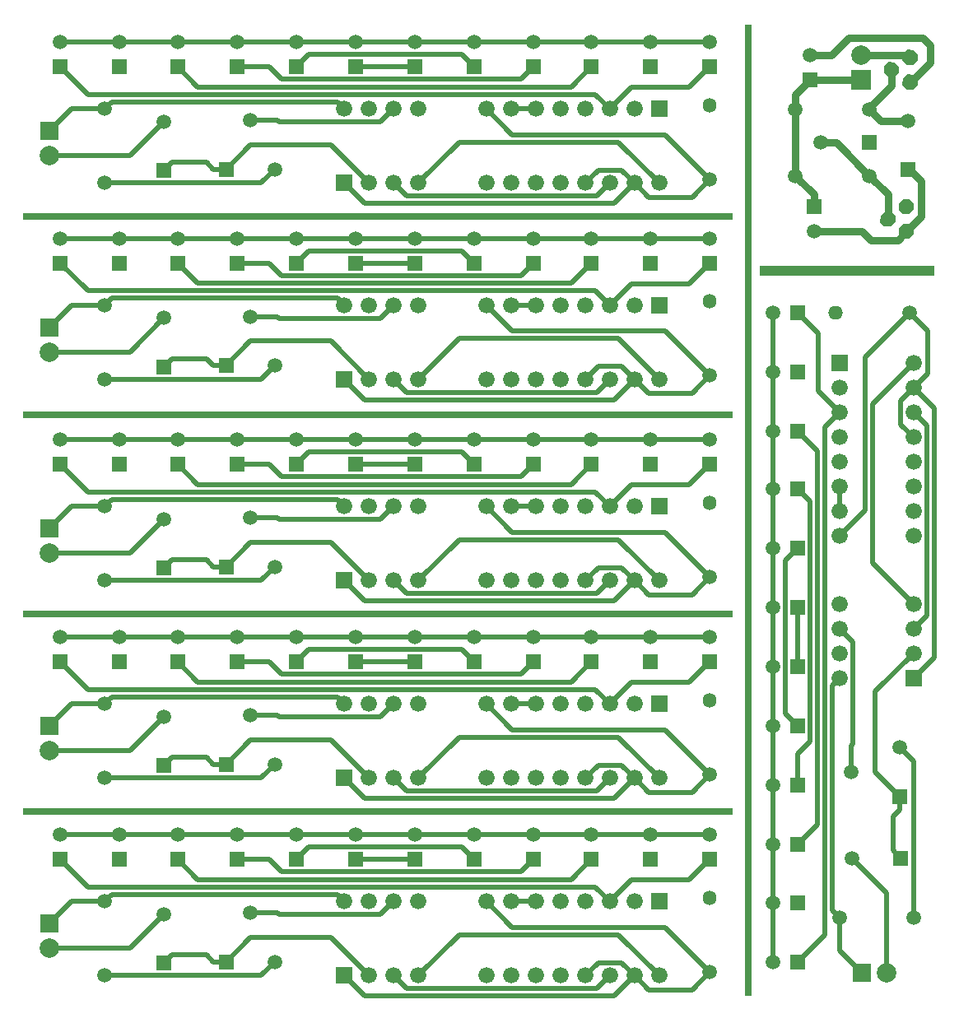
<source format=gbl>
G04 Layer_Physical_Order=2*
G04 Layer_Color=16711680*
%FSLAX25Y25*%
%MOIN*%
G70*
G01*
G75*
%ADD10C,0.02000*%
%ADD11C,0.03000*%
%ADD12O,0.05512X0.05905*%
%ADD13C,0.05905*%
%ADD14R,0.06600X0.06600*%
%ADD15C,0.06600*%
%ADD16R,0.05937X0.05937*%
%ADD17C,0.05937*%
%ADD18R,0.05905X0.05905*%
%ADD19R,0.07480X0.07480*%
%ADD20C,0.07874*%
%ADD21R,0.05905X0.05905*%
%ADD22R,0.05937X0.05937*%
%ADD23O,0.05905X0.05512*%
%ADD24R,0.06600X0.06600*%
%ADD25R,0.07480X0.07480*%
%ADD26R,2.87402X0.03150*%
%ADD27R,0.03150X3.93701*%
%ADD28R,0.07874X0.07874*%
%ADD29R,0.70866X0.03937*%
G36*
X364958Y387928D02*
X366664Y386066D01*
X366554Y383542D01*
X364692Y381836D01*
X362168Y381946D01*
X360462Y383808D01*
X360572Y386332D01*
X362434Y388038D01*
X364958Y387928D01*
D02*
G37*
G36*
X357458Y382928D02*
X359164Y381066D01*
X359054Y378542D01*
X357192Y376836D01*
X354668Y376946D01*
X352962Y378808D01*
X353072Y381332D01*
X354934Y383038D01*
X357458Y382928D01*
D02*
G37*
G36*
X364958Y377928D02*
X366664Y376066D01*
X366554Y373542D01*
X364692Y371836D01*
X362168Y371946D01*
X360462Y373808D01*
X360572Y376332D01*
X362434Y378038D01*
X364958Y377928D01*
D02*
G37*
G36*
X363458Y327428D02*
X365164Y325566D01*
X365054Y323042D01*
X363192Y321336D01*
X360668Y321446D01*
X358962Y323308D01*
X359072Y325832D01*
X360934Y327538D01*
X363458Y327428D01*
D02*
G37*
G36*
X355958Y322428D02*
X357664Y320566D01*
X357554Y318042D01*
X355692Y316336D01*
X353168Y316446D01*
X351462Y318308D01*
X351572Y320832D01*
X353434Y322538D01*
X355958Y322428D01*
D02*
G37*
G36*
X363458Y317428D02*
X365164Y315566D01*
X365054Y313042D01*
X363192Y311336D01*
X360668Y311446D01*
X358962Y313308D01*
X359072Y315832D01*
X360934Y317538D01*
X363458Y317428D01*
D02*
G37*
D10*
X142800Y4700D02*
X243700D01*
X134500Y13000D02*
X142800Y4700D01*
X243700D02*
X252000Y13000D01*
X226400Y51900D02*
X234500Y60000D01*
X75100Y51900D02*
X226400D01*
X67000Y60000D02*
X75100Y51900D01*
X37500Y43000D02*
X40400Y45900D01*
X131600D01*
X134500Y43000D01*
X19500Y70000D02*
X43500D01*
X67000D01*
X236100Y48900D02*
X242000Y43000D01*
X30600Y48900D02*
X236100D01*
X19500Y60000D02*
X30600Y48900D01*
X242000Y43000D02*
X250700Y51700D01*
X274200D01*
X282500Y60000D01*
X67000Y70000D02*
X91000D01*
X115000D01*
X139000D01*
X163000D01*
X187000D01*
X211000D01*
X234500D01*
X258500D01*
X282500D01*
X91000Y60000D02*
X103900D01*
X108900Y55000D01*
X206000D01*
X211000Y60000D01*
X202000Y43000D02*
X212000D01*
X182000Y65000D02*
X187000Y60000D01*
X120000Y65000D02*
X182000D01*
X115000Y60000D02*
X120000Y65000D01*
X37500Y13000D02*
X100685D01*
X106343Y18657D01*
X15000Y34000D02*
X24000Y43000D01*
X37500D01*
X164500Y13000D02*
X181000Y29500D01*
X245500D01*
X262000Y13000D01*
X61500Y18157D02*
X64750Y21407D01*
X78581D01*
X81331Y18657D01*
X86657D01*
X96500Y28500D01*
X129000D01*
X144500Y13000D01*
X47657Y24000D02*
X61500Y37843D01*
X15000Y24000D02*
X47657D01*
X252000Y13000D02*
X257700Y7300D01*
X275300D01*
X282500Y14500D01*
X246700Y18300D02*
X252000Y13000D01*
X237300Y18300D02*
X246700D01*
X232000Y13000D02*
X237300Y18300D01*
X264400Y32600D02*
X282500Y14500D01*
X139000Y60000D02*
X163000D01*
X96500Y38343D02*
X107300D01*
X107943Y37700D01*
X149200D01*
X154500Y43000D01*
Y13000D02*
X159800Y7700D01*
X236700D01*
X242000Y13000D01*
X202400Y32600D02*
X264400D01*
X192000Y43000D02*
X202400Y32600D01*
X192000Y123000D02*
X202400Y112600D01*
X264400D01*
X236700Y87700D02*
X242000Y93000D01*
X159800Y87700D02*
X236700D01*
X154500Y93000D02*
X159800Y87700D01*
X149200Y117700D02*
X154500Y123000D01*
X107943Y117700D02*
X149200D01*
X107300Y118343D02*
X107943Y117700D01*
X96500Y118343D02*
X107300D01*
X139000Y140000D02*
X163000D01*
X264400Y112600D02*
X282500Y94500D01*
X232000Y93000D02*
X237300Y98300D01*
X246700D01*
X252000Y93000D01*
X275300Y87300D02*
X282500Y94500D01*
X257700Y87300D02*
X275300D01*
X252000Y93000D02*
X257700Y87300D01*
X15000Y104000D02*
X47657D01*
X61500Y117843D01*
X129000Y108500D02*
X144500Y93000D01*
X96500Y108500D02*
X129000D01*
X86657Y98657D02*
X96500Y108500D01*
X81331Y98657D02*
X86657D01*
X78581Y101407D02*
X81331Y98657D01*
X64750Y101407D02*
X78581D01*
X61500Y98157D02*
X64750Y101407D01*
X245500Y109500D02*
X262000Y93000D01*
X181000Y109500D02*
X245500D01*
X164500Y93000D02*
X181000Y109500D01*
X24000Y123000D02*
X37500D01*
X15000Y114000D02*
X24000Y123000D01*
X100685Y93000D02*
X106343Y98657D01*
X37500Y93000D02*
X100685D01*
X115000Y140000D02*
X120000Y145000D01*
X182000D01*
X187000Y140000D01*
X202000Y123000D02*
X212000D01*
X206000Y135000D02*
X211000Y140000D01*
X108900Y135000D02*
X206000D01*
X103900Y140000D02*
X108900Y135000D01*
X91000Y140000D02*
X103900D01*
X258500Y150000D02*
X282500D01*
X234500D02*
X258500D01*
X211000D02*
X234500D01*
X187000D02*
X211000D01*
X163000D02*
X187000D01*
X139000D02*
X163000D01*
X115000D02*
X139000D01*
X91000D02*
X115000D01*
X67000D02*
X91000D01*
X274200Y131700D02*
X282500Y140000D01*
X250700Y131700D02*
X274200D01*
X242000Y123000D02*
X250700Y131700D01*
X19500Y140000D02*
X30600Y128900D01*
X236100D01*
X242000Y123000D01*
X43500Y150000D02*
X67000D01*
X19500D02*
X43500D01*
X131600Y125900D02*
X134500Y123000D01*
X40400Y125900D02*
X131600D01*
X37500Y123000D02*
X40400Y125900D01*
X67000Y140000D02*
X75100Y131900D01*
X226400D01*
X234500Y140000D01*
X243700Y84700D02*
X252000Y93000D01*
X134500D02*
X142800Y84700D01*
X243700D01*
X192000Y203000D02*
X202400Y192600D01*
X264400D01*
X236700Y167700D02*
X242000Y173000D01*
X159800Y167700D02*
X236700D01*
X154500Y173000D02*
X159800Y167700D01*
X149200Y197700D02*
X154500Y203000D01*
X107943Y197700D02*
X149200D01*
X107300Y198343D02*
X107943Y197700D01*
X96500Y198343D02*
X107300D01*
X139000Y220000D02*
X163000D01*
X264400Y192600D02*
X282500Y174500D01*
X232000Y173000D02*
X237300Y178300D01*
X246700D01*
X252000Y173000D01*
X275300Y167300D02*
X282500Y174500D01*
X257700Y167300D02*
X275300D01*
X252000Y173000D02*
X257700Y167300D01*
X15000Y184000D02*
X47657D01*
X61500Y197843D01*
X129000Y188500D02*
X144500Y173000D01*
X96500Y188500D02*
X129000D01*
X86657Y178657D02*
X96500Y188500D01*
X81331Y178657D02*
X86657D01*
X78581Y181407D02*
X81331Y178657D01*
X64750Y181407D02*
X78581D01*
X61500Y178157D02*
X64750Y181407D01*
X245500Y189500D02*
X262000Y173000D01*
X181000Y189500D02*
X245500D01*
X164500Y173000D02*
X181000Y189500D01*
X24000Y203000D02*
X37500D01*
X15000Y194000D02*
X24000Y203000D01*
X100685Y173000D02*
X106343Y178657D01*
X37500Y173000D02*
X100685D01*
X115000Y220000D02*
X120000Y225000D01*
X182000D01*
X187000Y220000D01*
X202000Y203000D02*
X212000D01*
X206000Y215000D02*
X211000Y220000D01*
X108900Y215000D02*
X206000D01*
X103900Y220000D02*
X108900Y215000D01*
X91000Y220000D02*
X103900D01*
X258500Y230000D02*
X282500D01*
X234500D02*
X258500D01*
X211000D02*
X234500D01*
X187000D02*
X211000D01*
X163000D02*
X187000D01*
X139000D02*
X163000D01*
X115000D02*
X139000D01*
X91000D02*
X115000D01*
X67000D02*
X91000D01*
X274200Y211700D02*
X282500Y220000D01*
X250700Y211700D02*
X274200D01*
X242000Y203000D02*
X250700Y211700D01*
X19500Y220000D02*
X30600Y208900D01*
X236100D01*
X242000Y203000D01*
X43500Y230000D02*
X67000D01*
X19500D02*
X43500D01*
X131600Y205900D02*
X134500Y203000D01*
X40400Y205900D02*
X131600D01*
X37500Y203000D02*
X40400Y205900D01*
X67000Y220000D02*
X75100Y211900D01*
X226400D01*
X234500Y220000D01*
X243700Y164700D02*
X252000Y173000D01*
X134500D02*
X142800Y164700D01*
X243700D01*
X192000Y284500D02*
X202400Y274100D01*
X264400D01*
X236700Y249200D02*
X242000Y254500D01*
X159800Y249200D02*
X236700D01*
X154500Y254500D02*
X159800Y249200D01*
X149200Y279200D02*
X154500Y284500D01*
X107943Y279200D02*
X149200D01*
X107300Y279843D02*
X107943Y279200D01*
X96500Y279843D02*
X107300D01*
X139000Y301500D02*
X163000D01*
X264400Y274100D02*
X282500Y256000D01*
X232000Y254500D02*
X237300Y259800D01*
X246700D01*
X252000Y254500D01*
X275300Y248800D02*
X282500Y256000D01*
X257700Y248800D02*
X275300D01*
X252000Y254500D02*
X257700Y248800D01*
X15000Y265500D02*
X47657D01*
X61500Y279343D01*
X129000Y270000D02*
X144500Y254500D01*
X96500Y270000D02*
X129000D01*
X86657Y260157D02*
X96500Y270000D01*
X81331Y260157D02*
X86657D01*
X78581Y262907D02*
X81331Y260157D01*
X64750Y262907D02*
X78581D01*
X61500Y259657D02*
X64750Y262907D01*
X245500Y271000D02*
X262000Y254500D01*
X181000Y271000D02*
X245500D01*
X164500Y254500D02*
X181000Y271000D01*
X24000Y284500D02*
X37500D01*
X15000Y275500D02*
X24000Y284500D01*
X100685Y254500D02*
X106343Y260157D01*
X37500Y254500D02*
X100685D01*
X115000Y301500D02*
X120000Y306500D01*
X182000D01*
X187000Y301500D01*
X202000Y284500D02*
X212000D01*
X206000Y296500D02*
X211000Y301500D01*
X108900Y296500D02*
X206000D01*
X103900Y301500D02*
X108900Y296500D01*
X91000Y301500D02*
X103900D01*
X258500Y311500D02*
X282500D01*
X234500D02*
X258500D01*
X211000D02*
X234500D01*
X187000D02*
X211000D01*
X163000D02*
X187000D01*
X139000D02*
X163000D01*
X115000D02*
X139000D01*
X91000D02*
X115000D01*
X67000D02*
X91000D01*
X274200Y293200D02*
X282500Y301500D01*
X250700Y293200D02*
X274200D01*
X242000Y284500D02*
X250700Y293200D01*
X19500Y301500D02*
X30600Y290400D01*
X236100D01*
X242000Y284500D01*
X43500Y311500D02*
X67000D01*
X19500D02*
X43500D01*
X131600Y287400D02*
X134500Y284500D01*
X40400Y287400D02*
X131600D01*
X37500Y284500D02*
X40400Y287400D01*
X67000Y301500D02*
X75100Y293400D01*
X226400D01*
X234500Y301500D01*
X243700Y246200D02*
X252000Y254500D01*
X134500D02*
X142800Y246200D01*
X243700D01*
X192000Y364000D02*
X202400Y353600D01*
X264400D01*
X236700Y328700D02*
X242000Y334000D01*
X159800Y328700D02*
X236700D01*
X154500Y334000D02*
X159800Y328700D01*
X149200Y358700D02*
X154500Y364000D01*
X107943Y358700D02*
X149200D01*
X107300Y359343D02*
X107943Y358700D01*
X96500Y359343D02*
X107300D01*
X139000Y381000D02*
X163000D01*
X264400Y353600D02*
X282500Y335500D01*
X232000Y334000D02*
X237300Y339300D01*
X246700D01*
X252000Y334000D01*
X275300Y328300D02*
X282500Y335500D01*
X257700Y328300D02*
X275300D01*
X252000Y334000D02*
X257700Y328300D01*
X15000Y345000D02*
X47657D01*
X61500Y358843D01*
X129000Y349500D02*
X144500Y334000D01*
X96500Y349500D02*
X129000D01*
X86657Y339657D02*
X96500Y349500D01*
X81331Y339657D02*
X86657D01*
X78581Y342407D02*
X81331Y339657D01*
X64750Y342407D02*
X78581D01*
X61500Y339157D02*
X64750Y342407D01*
X245500Y350500D02*
X262000Y334000D01*
X181000Y350500D02*
X245500D01*
X164500Y334000D02*
X181000Y350500D01*
X24000Y364000D02*
X37500D01*
X15000Y355000D02*
X24000Y364000D01*
X100685Y334000D02*
X106343Y339657D01*
X37500Y334000D02*
X100685D01*
X115000Y381000D02*
X120000Y386000D01*
X182000D01*
X187000Y381000D01*
X202000Y364000D02*
X212000D01*
X206000Y376000D02*
X211000Y381000D01*
X108900Y376000D02*
X206000D01*
X103900Y381000D02*
X108900Y376000D01*
X91000Y381000D02*
X103900D01*
X258500Y391000D02*
X282500D01*
X234500D02*
X258500D01*
X211000D02*
X234500D01*
X187000D02*
X211000D01*
X163000D02*
X187000D01*
X139000D02*
X163000D01*
X115000D02*
X139000D01*
X91000D02*
X115000D01*
X67000D02*
X91000D01*
X274200Y372700D02*
X282500Y381000D01*
X250700Y372700D02*
X274200D01*
X242000Y364000D02*
X250700Y372700D01*
X19500Y381000D02*
X30600Y369900D01*
X236100D01*
X242000Y364000D01*
X43500Y391000D02*
X67000D01*
X19500D02*
X43500D01*
X131600Y366900D02*
X134500Y364000D01*
X40400Y366900D02*
X131600D01*
X37500Y364000D02*
X40400Y366900D01*
X67000Y381000D02*
X75100Y372900D01*
X226400D01*
X234500Y381000D01*
X243700Y325700D02*
X252000Y334000D01*
X134500D02*
X142800Y325700D01*
X243700D01*
X335000Y191000D02*
X345400Y201400D01*
Y263400D01*
X365000Y241000D02*
X370300Y235700D01*
Y158800D02*
Y235700D01*
X365000Y153500D02*
X370300Y158800D01*
X335000Y153500D02*
X340300Y148200D01*
Y106943D02*
Y148200D01*
X339657Y106300D02*
X340300Y106943D01*
X339657Y95500D02*
Y106300D01*
X318000Y138000D02*
Y162000D01*
X345400Y263400D02*
X363500Y281500D01*
X359700Y236300D02*
X365000Y231000D01*
X359700Y236300D02*
Y245700D01*
X365000Y251000D01*
X363500Y281500D02*
X370700Y274300D01*
Y256700D02*
Y274300D01*
X365000Y251000D02*
X370700Y256700D01*
X354000Y14000D02*
Y46657D01*
X340157Y60500D02*
X354000Y46657D01*
X349500Y128000D02*
X365000Y143500D01*
X349500Y95500D02*
Y128000D01*
Y95500D02*
X359343Y85657D01*
Y80331D02*
Y85657D01*
X356593Y77581D02*
X359343Y80331D01*
X356593Y63750D02*
Y77581D01*
Y63750D02*
X359843Y60500D01*
X348500Y244500D02*
X365000Y261000D01*
X348500Y180000D02*
Y244500D01*
Y180000D02*
X365000Y163500D01*
X335000Y23000D02*
Y36500D01*
Y23000D02*
X344000Y14000D01*
X359343Y105343D02*
X365000Y99685D01*
Y36500D02*
Y99685D01*
X313000Y119000D02*
X318000Y114000D01*
X313000Y119000D02*
Y181000D01*
X318000Y186000D01*
X335000Y201000D02*
Y211000D01*
X318000Y210000D02*
X323000Y205000D01*
Y107900D02*
Y205000D01*
X318000Y102900D02*
X323000Y107900D01*
X318000Y90000D02*
Y102900D01*
X308000Y257500D02*
Y281500D01*
Y233500D02*
Y257500D01*
Y210000D02*
Y233500D01*
Y186000D02*
Y210000D01*
Y162000D02*
Y186000D01*
Y138000D02*
Y162000D01*
Y114000D02*
Y138000D01*
Y90000D02*
Y114000D01*
Y66000D02*
Y90000D01*
X318000Y281500D02*
X326300Y273200D01*
Y249700D02*
Y273200D01*
Y249700D02*
X335000Y241000D01*
X318000Y18500D02*
X329100Y29600D01*
Y235100D01*
X335000Y241000D01*
X308000Y42500D02*
Y66000D01*
Y18500D02*
Y42500D01*
X332100Y130600D02*
X335000Y133500D01*
X332100Y39400D02*
Y130600D01*
Y39400D02*
X335000Y36500D01*
X318000Y66000D02*
X326100Y74100D01*
Y225400D01*
X318000Y233500D02*
X326100Y225400D01*
X365000Y251000D02*
X373300Y242700D01*
X365000Y133500D02*
X373300Y141800D01*
Y242700D01*
D11*
X317063Y336937D02*
Y363937D01*
Y369937D01*
X323063Y375937D01*
X327221Y350437D02*
X333563D01*
X347063Y336937D01*
X324563Y314437D02*
X344063D01*
X347563Y310937D01*
X358563D01*
X362063Y314437D01*
X354563Y319437D02*
Y329437D01*
X347063Y336937D02*
X354563Y329437D01*
X362063Y314437D02*
X368063Y320437D01*
Y334937D01*
X363405Y339595D02*
X368063Y334937D01*
X362563Y339595D02*
X363405D01*
X351720Y359279D02*
X362563D01*
X347063Y363937D02*
X351720Y359279D01*
X323063Y385937D02*
X331563D01*
X371563Y382937D02*
Y389937D01*
X363563Y374937D02*
X371563Y382937D01*
X347063Y363937D02*
Y364437D01*
X356063Y373437D01*
Y379937D01*
X323063Y375937D02*
X343563D01*
Y385937D02*
X362563D01*
X363563Y384937D01*
X317063Y336937D02*
X324563Y329437D01*
Y324437D02*
Y329437D01*
X368563Y392937D02*
X371563Y389937D01*
X338563Y392937D02*
X368563D01*
X331563Y385937D02*
X338563Y392937D01*
D12*
X282500Y44500D02*
D03*
Y124500D02*
D03*
Y204500D02*
D03*
Y286000D02*
D03*
Y365500D02*
D03*
D13*
Y14500D02*
D03*
X61500Y37843D02*
D03*
X37500Y43000D02*
D03*
Y13000D02*
D03*
X19500Y70000D02*
D03*
X282500D02*
D03*
X43500D02*
D03*
X258500D02*
D03*
X67000D02*
D03*
X234500D02*
D03*
X91000D02*
D03*
X211000D02*
D03*
X115000D02*
D03*
X187000D02*
D03*
X139000D02*
D03*
X163000D02*
D03*
X19500Y150000D02*
D03*
X282500D02*
D03*
X43500D02*
D03*
X258500D02*
D03*
X67000D02*
D03*
X234500D02*
D03*
X91000D02*
D03*
X211000D02*
D03*
X115000D02*
D03*
X37500Y123000D02*
D03*
Y93000D02*
D03*
X187000Y150000D02*
D03*
X61500Y117843D02*
D03*
X139000Y150000D02*
D03*
X163000D02*
D03*
X282500Y94500D02*
D03*
X19500Y230000D02*
D03*
X282500D02*
D03*
X43500D02*
D03*
X258500D02*
D03*
X67000D02*
D03*
X234500D02*
D03*
X91000D02*
D03*
X211000D02*
D03*
X115000D02*
D03*
X37500Y203000D02*
D03*
Y173000D02*
D03*
X187000Y230000D02*
D03*
X61500Y197843D02*
D03*
X139000Y230000D02*
D03*
X163000D02*
D03*
X282500Y174500D02*
D03*
X19500Y311500D02*
D03*
X282500D02*
D03*
X43500D02*
D03*
X258500D02*
D03*
X67000D02*
D03*
X234500D02*
D03*
X91000D02*
D03*
X211000D02*
D03*
X115000D02*
D03*
X37500Y284500D02*
D03*
Y254500D02*
D03*
X187000Y311500D02*
D03*
X61500Y279343D02*
D03*
X139000Y311500D02*
D03*
X163000D02*
D03*
X282500Y256000D02*
D03*
X19500Y391000D02*
D03*
X282500D02*
D03*
X43500D02*
D03*
X258500D02*
D03*
X67000D02*
D03*
X234500D02*
D03*
X91000D02*
D03*
X211000D02*
D03*
X115000D02*
D03*
X37500Y364000D02*
D03*
Y334000D02*
D03*
X187000Y391000D02*
D03*
X61500Y358843D02*
D03*
X139000Y391000D02*
D03*
X163000D02*
D03*
X282500Y335500D02*
D03*
X308000Y18500D02*
D03*
Y281500D02*
D03*
Y42500D02*
D03*
Y257500D02*
D03*
Y66000D02*
D03*
Y233500D02*
D03*
Y90000D02*
D03*
Y210000D02*
D03*
Y114000D02*
D03*
X335000Y36500D02*
D03*
X365000D02*
D03*
X308000Y186000D02*
D03*
X340157Y60500D02*
D03*
X308000Y138000D02*
D03*
Y162000D02*
D03*
X363500Y281500D02*
D03*
X362563Y359279D02*
D03*
X327221Y350437D02*
D03*
X324563Y314437D02*
D03*
X323063Y385937D02*
D03*
X362063Y324437D02*
D03*
X354563Y319437D02*
D03*
X362063Y314437D02*
D03*
X363563Y384937D02*
D03*
X356063Y379937D02*
D03*
X363563Y374937D02*
D03*
X317063Y336937D02*
D03*
X347063D02*
D03*
X317063Y363937D02*
D03*
X347063D02*
D03*
D14*
X262000Y43000D02*
D03*
X134500Y13000D02*
D03*
X262000Y123000D02*
D03*
X134500Y93000D02*
D03*
X262000Y203000D02*
D03*
X134500Y173000D02*
D03*
X262000Y284500D02*
D03*
X134500Y254500D02*
D03*
X262000Y364000D02*
D03*
X134500Y334000D02*
D03*
D15*
X252000Y43000D02*
D03*
X242000D02*
D03*
X232000D02*
D03*
X222000D02*
D03*
X212000D02*
D03*
X202000D02*
D03*
X192000D02*
D03*
Y13000D02*
D03*
X202000D02*
D03*
X212000D02*
D03*
X222000D02*
D03*
X232000D02*
D03*
X242000D02*
D03*
X252000D02*
D03*
X262000D02*
D03*
X144500D02*
D03*
X154500D02*
D03*
X164500D02*
D03*
Y43000D02*
D03*
X154500D02*
D03*
X144500D02*
D03*
X134500D02*
D03*
X252000Y123000D02*
D03*
X242000D02*
D03*
X232000D02*
D03*
X222000D02*
D03*
X212000D02*
D03*
X202000D02*
D03*
X192000D02*
D03*
Y93000D02*
D03*
X202000D02*
D03*
X212000D02*
D03*
X222000D02*
D03*
X232000D02*
D03*
X242000D02*
D03*
X252000D02*
D03*
X262000D02*
D03*
X144500D02*
D03*
X154500D02*
D03*
X164500D02*
D03*
Y123000D02*
D03*
X154500D02*
D03*
X144500D02*
D03*
X134500D02*
D03*
X252000Y203000D02*
D03*
X242000D02*
D03*
X232000D02*
D03*
X222000D02*
D03*
X212000D02*
D03*
X202000D02*
D03*
X192000D02*
D03*
Y173000D02*
D03*
X202000D02*
D03*
X212000D02*
D03*
X222000D02*
D03*
X232000D02*
D03*
X242000D02*
D03*
X252000D02*
D03*
X262000D02*
D03*
X144500D02*
D03*
X154500D02*
D03*
X164500D02*
D03*
Y203000D02*
D03*
X154500D02*
D03*
X144500D02*
D03*
X134500D02*
D03*
X252000Y284500D02*
D03*
X242000D02*
D03*
X232000D02*
D03*
X222000D02*
D03*
X212000D02*
D03*
X202000D02*
D03*
X192000D02*
D03*
Y254500D02*
D03*
X202000D02*
D03*
X212000D02*
D03*
X222000D02*
D03*
X232000D02*
D03*
X242000D02*
D03*
X252000D02*
D03*
X262000D02*
D03*
X144500D02*
D03*
X154500D02*
D03*
X164500D02*
D03*
Y284500D02*
D03*
X154500D02*
D03*
X144500D02*
D03*
X134500D02*
D03*
X252000Y364000D02*
D03*
X242000D02*
D03*
X232000D02*
D03*
X222000D02*
D03*
X212000D02*
D03*
X202000D02*
D03*
X192000D02*
D03*
Y334000D02*
D03*
X202000D02*
D03*
X212000D02*
D03*
X222000D02*
D03*
X232000D02*
D03*
X242000D02*
D03*
X252000D02*
D03*
X262000D02*
D03*
X144500D02*
D03*
X154500D02*
D03*
X164500D02*
D03*
Y364000D02*
D03*
X154500D02*
D03*
X144500D02*
D03*
X134500D02*
D03*
X335000Y251000D02*
D03*
Y241000D02*
D03*
Y231000D02*
D03*
Y221000D02*
D03*
Y211000D02*
D03*
Y201000D02*
D03*
Y191000D02*
D03*
X365000D02*
D03*
Y201000D02*
D03*
Y211000D02*
D03*
Y221000D02*
D03*
Y231000D02*
D03*
Y241000D02*
D03*
Y251000D02*
D03*
Y261000D02*
D03*
Y143500D02*
D03*
Y153500D02*
D03*
Y163500D02*
D03*
X335000D02*
D03*
Y153500D02*
D03*
Y143500D02*
D03*
Y133500D02*
D03*
D16*
X86657Y18657D02*
D03*
Y98657D02*
D03*
Y178657D02*
D03*
Y260157D02*
D03*
Y339657D02*
D03*
D17*
X96500Y38343D02*
D03*
X106343Y18657D02*
D03*
X96500Y118343D02*
D03*
X106343Y98657D02*
D03*
X96500Y198343D02*
D03*
X106343Y178657D02*
D03*
X96500Y279843D02*
D03*
X106343Y260157D02*
D03*
X96500Y359343D02*
D03*
X106343Y339657D02*
D03*
X339657Y95500D02*
D03*
X359343Y105343D02*
D03*
D18*
X61500Y18157D02*
D03*
X19500Y60000D02*
D03*
X282500D02*
D03*
X43500D02*
D03*
X258500D02*
D03*
X67000D02*
D03*
X234500D02*
D03*
X91000D02*
D03*
X211000D02*
D03*
X115000D02*
D03*
X187000D02*
D03*
X139000D02*
D03*
X163000D02*
D03*
X19500Y140000D02*
D03*
X282500D02*
D03*
X43500D02*
D03*
X258500D02*
D03*
X67000D02*
D03*
X234500D02*
D03*
X91000D02*
D03*
X211000D02*
D03*
X115000D02*
D03*
X187000D02*
D03*
X61500Y98157D02*
D03*
X139000Y140000D02*
D03*
X163000D02*
D03*
X19500Y220000D02*
D03*
X282500D02*
D03*
X43500D02*
D03*
X258500D02*
D03*
X67000D02*
D03*
X234500D02*
D03*
X91000D02*
D03*
X211000D02*
D03*
X115000D02*
D03*
X187000D02*
D03*
X61500Y178157D02*
D03*
X139000Y220000D02*
D03*
X163000D02*
D03*
X19500Y301500D02*
D03*
X282500D02*
D03*
X43500D02*
D03*
X258500D02*
D03*
X67000D02*
D03*
X234500D02*
D03*
X91000D02*
D03*
X211000D02*
D03*
X115000D02*
D03*
X187000D02*
D03*
X61500Y259657D02*
D03*
X139000Y301500D02*
D03*
X163000D02*
D03*
X19500Y381000D02*
D03*
X282500D02*
D03*
X43500D02*
D03*
X258500D02*
D03*
X67000D02*
D03*
X234500D02*
D03*
X91000D02*
D03*
X211000D02*
D03*
X115000D02*
D03*
X187000D02*
D03*
X61500Y339157D02*
D03*
X139000Y381000D02*
D03*
X163000D02*
D03*
X362563Y339595D02*
D03*
X324563Y324437D02*
D03*
X323063Y375937D02*
D03*
D19*
X15000Y34000D02*
D03*
Y114000D02*
D03*
Y194000D02*
D03*
Y275500D02*
D03*
Y355000D02*
D03*
D20*
Y24000D02*
D03*
Y104000D02*
D03*
Y184000D02*
D03*
Y265500D02*
D03*
Y345000D02*
D03*
X354000Y14000D02*
D03*
X343563Y385937D02*
D03*
D21*
X318000Y18500D02*
D03*
Y281500D02*
D03*
Y42500D02*
D03*
Y257500D02*
D03*
Y66000D02*
D03*
Y233500D02*
D03*
Y90000D02*
D03*
Y210000D02*
D03*
Y114000D02*
D03*
Y186000D02*
D03*
X359843Y60500D02*
D03*
X318000Y138000D02*
D03*
Y162000D02*
D03*
X346905Y350437D02*
D03*
D22*
X359343Y85657D02*
D03*
D23*
X333500Y281500D02*
D03*
D24*
X335000Y261000D02*
D03*
X365000Y133500D02*
D03*
D25*
X344000Y14000D02*
D03*
D26*
X148000Y79500D02*
D03*
Y159500D02*
D03*
Y240000D02*
D03*
Y320500D02*
D03*
D27*
X298000Y201500D02*
D03*
D28*
X343563Y375937D02*
D03*
D29*
X338000Y298500D02*
D03*
M02*

</source>
